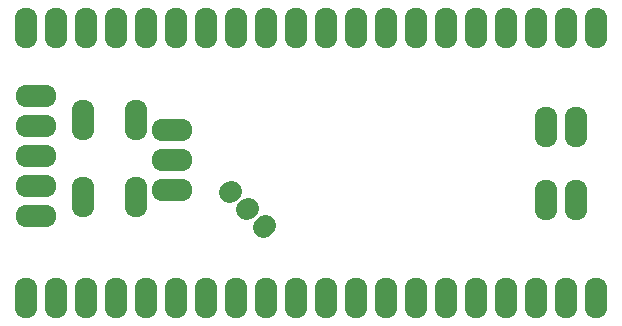
<source format=gbs>
G04 #@! TF.FileFunction,Soldermask,Bot*
%FSLAX46Y46*%
G04 Gerber Fmt 4.6, Leading zero omitted, Abs format (unit mm)*
G04 Created by KiCad (PCBNEW 4.0.1-stable) date 2016/11/05 8:31:47*
%MOMM*%
G01*
G04 APERTURE LIST*
%ADD10C,0.100000*%
%ADD11C,1.800000*%
%ADD12O,1.924000X3.448000*%
%ADD13O,3.448000X1.924000*%
G04 APERTURE END LIST*
D10*
D11*
X140383238Y-130074660D02*
X140524660Y-129933238D01*
X141825736Y-131517158D02*
X141967158Y-131375736D01*
X143268233Y-132959655D02*
X143409655Y-132818233D01*
D12*
X123190000Y-139000000D03*
X125730000Y-139000000D03*
X128270000Y-139000000D03*
X130810000Y-139000000D03*
X133350000Y-139000000D03*
X135890000Y-139000000D03*
X138430000Y-139000000D03*
X140970000Y-139000000D03*
X143510000Y-139000000D03*
X146050000Y-139000000D03*
X148590000Y-139000000D03*
X151130000Y-139000000D03*
X153670000Y-139000000D03*
X156210000Y-139000000D03*
X158750000Y-139000000D03*
X161290000Y-139000000D03*
X163830000Y-139000000D03*
X166370000Y-139000000D03*
X168910000Y-139000000D03*
X171450000Y-139000000D03*
X123190000Y-116140000D03*
X125730000Y-116140000D03*
X128270000Y-116140000D03*
X130810000Y-116140000D03*
X133350000Y-116140000D03*
X135890000Y-116140000D03*
X138430000Y-116140000D03*
X140970000Y-116140000D03*
X143510000Y-116140000D03*
X146050000Y-116140000D03*
X148590000Y-116140000D03*
X151130000Y-116140000D03*
X153670000Y-116140000D03*
X156210000Y-116140000D03*
X158750000Y-116140000D03*
X161290000Y-116140000D03*
X163830000Y-116140000D03*
X166370000Y-116140000D03*
X168910000Y-116140000D03*
X171450000Y-116140000D03*
D13*
X135550000Y-129840000D03*
X135550000Y-127300000D03*
X135550000Y-124760000D03*
D12*
X167230000Y-124500000D03*
X169770000Y-124500000D03*
X167230000Y-130750000D03*
X169770000Y-130750000D03*
X127989400Y-130451200D03*
X127989400Y-123948800D03*
X132510600Y-130451200D03*
X132510600Y-123948800D03*
D13*
X124050000Y-121920000D03*
X124050000Y-124460000D03*
X124050000Y-127000000D03*
X124050000Y-129540000D03*
X124050000Y-132080000D03*
M02*

</source>
